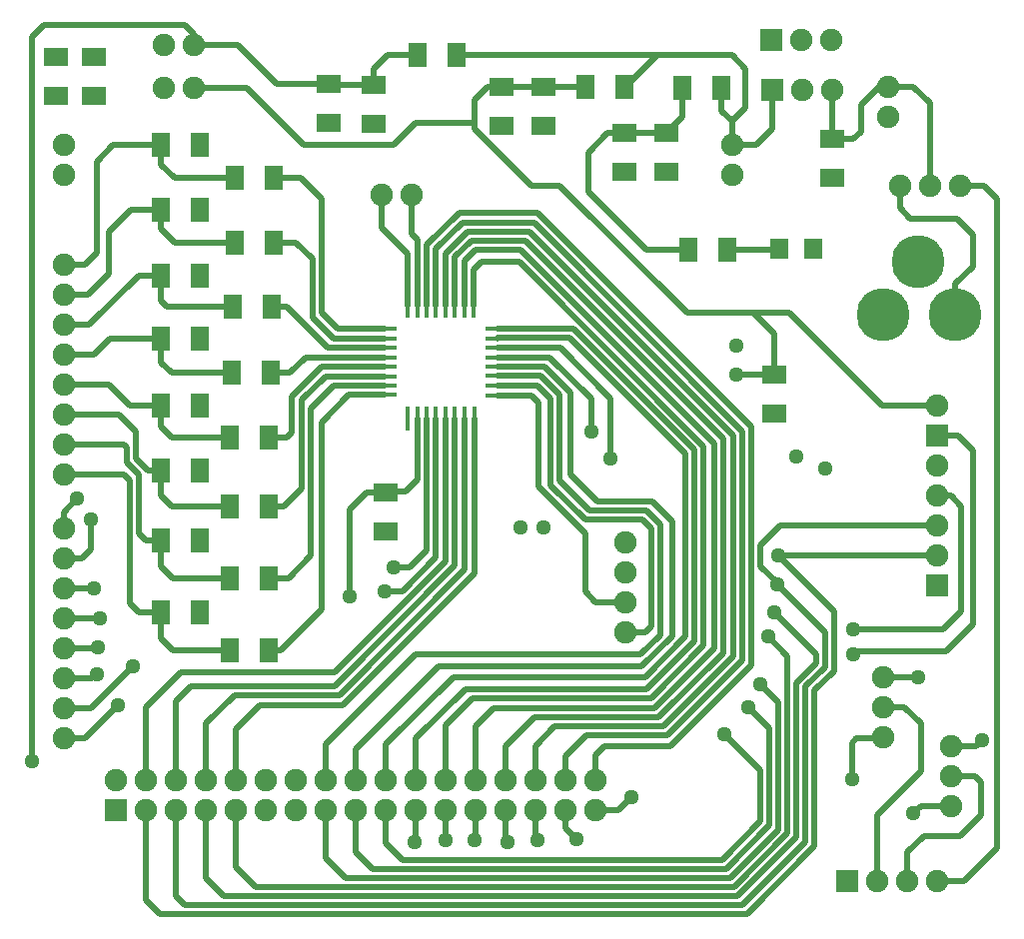
<source format=gtl>
G04 (created by PCBNEW (2013-07-07 BZR 4022)-stable) date 13/10/2015 02:33:16 p.m.*
%MOIN*%
G04 Gerber Fmt 3.4, Leading zero omitted, Abs format*
%FSLAX34Y34*%
G01*
G70*
G90*
G04 APERTURE LIST*
%ADD10C,0.00590551*%
%ADD11C,0.075*%
%ADD12R,0.0787X0.0177*%
%ADD13R,0.0177X0.0787*%
%ADD14R,0.08X0.06*%
%ADD15R,0.06X0.08*%
%ADD16R,0.0629X0.0709*%
%ADD17C,0.1771*%
%ADD18R,0.075X0.075*%
%ADD19R,0.0748819X0.0748819*%
%ADD20C,0.0748819*%
%ADD21C,0.050748*%
%ADD22C,0.0198425*%
G04 APERTURE END LIST*
G54D10*
G54D11*
X98000Y-45800D03*
X98000Y-46800D03*
X89850Y-32200D03*
X90850Y-32200D03*
X79250Y-40550D03*
X79250Y-39550D03*
X79250Y-38550D03*
X79250Y-37550D03*
X79250Y-36550D03*
X79250Y-35550D03*
X79250Y-34550D03*
X79250Y-41550D03*
X79250Y-44350D03*
X79250Y-45350D03*
X79250Y-46350D03*
X79250Y-47350D03*
X79250Y-48350D03*
X79250Y-49350D03*
X79250Y-50350D03*
X79250Y-43350D03*
X98000Y-44800D03*
X98000Y-43800D03*
X91000Y-51750D03*
X92000Y-51750D03*
X93000Y-51750D03*
X94000Y-51750D03*
X95000Y-51750D03*
X96000Y-51750D03*
X97000Y-51750D03*
X90000Y-51750D03*
X88000Y-51750D03*
X87000Y-51750D03*
X86000Y-51750D03*
X85000Y-51750D03*
X84000Y-51750D03*
X83000Y-51750D03*
X82000Y-51750D03*
X89000Y-51750D03*
X79250Y-31550D03*
X79250Y-30550D03*
X91000Y-52750D03*
X92000Y-52750D03*
X93000Y-52750D03*
X94000Y-52750D03*
X95000Y-52750D03*
X96000Y-52750D03*
X97000Y-52750D03*
X90000Y-52750D03*
X88000Y-52750D03*
X87000Y-52750D03*
X86000Y-52750D03*
X85000Y-52750D03*
X84000Y-52750D03*
X83000Y-52750D03*
X82000Y-52750D03*
X89000Y-52750D03*
G54D12*
X89954Y-38893D03*
X89954Y-38578D03*
X89954Y-38263D03*
X89954Y-37948D03*
X89954Y-37633D03*
X89954Y-37318D03*
X89954Y-37003D03*
X89954Y-36688D03*
X93720Y-36690D03*
X93720Y-38900D03*
X93720Y-38580D03*
X93720Y-38260D03*
X93720Y-37950D03*
X93720Y-37630D03*
X93720Y-37320D03*
X93720Y-37000D03*
G54D13*
X90738Y-35900D03*
X91052Y-35900D03*
X91368Y-35900D03*
X91682Y-35900D03*
X91998Y-35900D03*
X92312Y-35900D03*
X92628Y-35900D03*
X92942Y-35900D03*
X90740Y-39680D03*
X91050Y-39680D03*
X91370Y-39680D03*
X91680Y-39680D03*
X91990Y-39680D03*
X92310Y-39680D03*
X92630Y-39680D03*
X92950Y-39680D03*
G54D14*
X102950Y-38200D03*
X102950Y-39500D03*
G54D15*
X82500Y-41400D03*
X83800Y-41400D03*
X82500Y-43750D03*
X83800Y-43750D03*
X82500Y-46150D03*
X83800Y-46150D03*
G54D14*
X104900Y-30350D03*
X104900Y-31650D03*
G54D15*
X91050Y-27550D03*
X92350Y-27550D03*
X96650Y-28600D03*
X97950Y-28600D03*
G54D14*
X99350Y-30150D03*
X99350Y-31450D03*
X97950Y-30150D03*
X97950Y-31450D03*
X93850Y-28600D03*
X93850Y-29900D03*
X95250Y-28600D03*
X95250Y-29900D03*
X89600Y-28550D03*
X89600Y-29850D03*
X88100Y-28500D03*
X88100Y-29800D03*
G54D15*
X100100Y-34050D03*
X101400Y-34050D03*
X99900Y-28650D03*
X101200Y-28650D03*
G54D14*
X90000Y-43450D03*
X90000Y-42150D03*
G54D15*
X82500Y-39250D03*
X83800Y-39250D03*
X84950Y-31650D03*
X86250Y-31650D03*
X82500Y-37000D03*
X83800Y-37000D03*
X82500Y-34900D03*
X83800Y-34900D03*
X82500Y-32700D03*
X83800Y-32700D03*
X82500Y-30550D03*
X83800Y-30550D03*
X84800Y-47400D03*
X86100Y-47400D03*
X84800Y-45000D03*
X86100Y-45000D03*
X84800Y-42600D03*
X86100Y-42600D03*
X84800Y-40300D03*
X86100Y-40300D03*
X84850Y-38150D03*
X86150Y-38150D03*
X84900Y-35950D03*
X86200Y-35950D03*
X84950Y-33800D03*
X86250Y-33800D03*
G54D16*
X103141Y-34000D03*
X104259Y-34000D03*
G54D11*
X101550Y-30550D03*
X101550Y-31550D03*
X106750Y-28600D03*
X106750Y-29600D03*
G54D17*
X106597Y-36204D03*
X107778Y-34432D03*
X109006Y-36204D03*
G54D11*
X109150Y-31900D03*
X108150Y-31900D03*
X107150Y-31900D03*
X82600Y-27200D03*
X83600Y-27200D03*
X83600Y-28650D03*
X82600Y-28650D03*
G54D14*
X79000Y-28900D03*
X79000Y-27600D03*
X80250Y-28900D03*
X80250Y-27600D03*
G54D11*
X81000Y-51750D03*
X108850Y-52600D03*
X108850Y-51600D03*
X108850Y-50600D03*
X106600Y-50300D03*
X106600Y-49300D03*
X106600Y-48300D03*
G54D18*
X102900Y-28700D03*
G54D11*
X103900Y-28700D03*
X104900Y-28700D03*
G54D18*
X105400Y-55100D03*
G54D11*
X106400Y-55100D03*
X107400Y-55100D03*
X108400Y-55100D03*
G54D18*
X81000Y-52750D03*
X102850Y-27050D03*
G54D11*
X103850Y-27050D03*
X104850Y-27050D03*
G54D19*
X108400Y-45250D03*
G54D20*
X108400Y-44250D03*
X108400Y-43250D03*
X108400Y-42250D03*
X108400Y-41250D03*
G54D19*
X108400Y-40250D03*
G54D20*
X108400Y-39250D03*
G54D21*
X104650Y-41350D03*
X103700Y-40950D03*
X97500Y-41000D03*
X94500Y-43300D03*
X105550Y-51700D03*
X89950Y-45450D03*
X107750Y-48300D03*
X90950Y-53800D03*
X101300Y-50200D03*
X95250Y-43300D03*
X101700Y-37250D03*
X109900Y-50400D03*
X95050Y-53750D03*
X98200Y-52300D03*
X96350Y-53700D03*
X94050Y-53800D03*
X92950Y-53750D03*
X92000Y-53750D03*
X105600Y-47550D03*
X102750Y-46950D03*
X103050Y-45200D03*
X105600Y-46700D03*
X102950Y-46150D03*
X102100Y-49300D03*
X103100Y-44250D03*
X102500Y-48550D03*
X96850Y-40100D03*
X101700Y-38200D03*
X107600Y-52850D03*
X90250Y-44650D03*
X80450Y-46350D03*
X79700Y-42350D03*
X80400Y-47300D03*
X81550Y-47950D03*
X80350Y-48200D03*
X80250Y-45350D03*
X80150Y-43050D03*
X81050Y-49250D03*
X78200Y-51100D03*
X88800Y-45600D03*
G54D22*
X93720Y-37320D02*
X95820Y-37320D01*
X97500Y-39000D02*
X97500Y-41000D01*
X95820Y-37320D02*
X97500Y-39000D01*
X91680Y-39680D02*
X91680Y-44320D01*
X106550Y-50350D02*
X106600Y-50300D01*
X105700Y-50350D02*
X106550Y-50350D01*
X105550Y-50500D02*
X105700Y-50350D01*
X105550Y-51700D02*
X105550Y-50500D01*
X90550Y-45450D02*
X89950Y-45450D01*
X91680Y-44320D02*
X90550Y-45450D01*
X86100Y-47400D02*
X86500Y-47400D01*
X89954Y-38876D02*
X89954Y-38893D01*
X88773Y-38876D02*
X89954Y-38876D01*
X87850Y-39800D02*
X88773Y-38876D01*
X87850Y-46050D02*
X87850Y-39800D01*
X86500Y-47400D02*
X87850Y-46050D01*
X86250Y-33800D02*
X87001Y-33800D01*
X88253Y-37003D02*
X89954Y-37003D01*
X87550Y-36300D02*
X88253Y-37003D01*
X87550Y-34348D02*
X87550Y-36300D01*
X87001Y-33800D02*
X87550Y-34348D01*
X89954Y-36688D02*
X88388Y-36688D01*
X87150Y-31650D02*
X86250Y-31650D01*
X87850Y-32350D02*
X87150Y-31650D01*
X87850Y-36150D02*
X87850Y-32350D01*
X88388Y-36688D02*
X87850Y-36150D01*
X89954Y-37318D02*
X88068Y-37318D01*
X86700Y-35950D02*
X86200Y-35950D01*
X88068Y-37318D02*
X86700Y-35950D01*
X109150Y-31900D02*
X109950Y-31900D01*
X109300Y-55100D02*
X108400Y-55100D01*
X110400Y-54000D02*
X109300Y-55100D01*
X110400Y-32350D02*
X110400Y-54000D01*
X109950Y-31900D02*
X110400Y-32350D01*
X92950Y-39680D02*
X92950Y-44850D01*
X85000Y-50050D02*
X85000Y-51750D01*
X85800Y-49250D02*
X85000Y-50050D01*
X88550Y-49250D02*
X85800Y-49250D01*
X92950Y-44850D02*
X88550Y-49250D01*
X90000Y-51750D02*
X90000Y-50548D01*
X93720Y-36988D02*
X93720Y-37000D01*
X96138Y-36988D02*
X93720Y-36988D01*
X99990Y-40840D02*
X96138Y-36988D01*
X99990Y-46959D02*
X99990Y-40840D01*
X98651Y-48298D02*
X99990Y-46959D01*
X92250Y-48298D02*
X98651Y-48298D01*
X90000Y-50548D02*
X92250Y-48298D01*
X92942Y-35900D02*
X92942Y-34708D01*
X92000Y-49900D02*
X92000Y-51750D01*
X92900Y-49000D02*
X92000Y-49900D01*
X98850Y-49000D02*
X92900Y-49000D01*
X100600Y-47250D02*
X98850Y-49000D01*
X100600Y-40600D02*
X100600Y-47250D01*
X94450Y-34450D02*
X100600Y-40600D01*
X93200Y-34450D02*
X94450Y-34450D01*
X92942Y-34708D02*
X93200Y-34450D01*
X92312Y-35900D02*
X92312Y-34288D01*
X94000Y-50600D02*
X94000Y-51750D01*
X94950Y-49650D02*
X94000Y-50600D01*
X99100Y-49650D02*
X94950Y-49650D01*
X101250Y-47500D02*
X99100Y-49650D01*
X101250Y-40350D02*
X101250Y-47500D01*
X94650Y-33750D02*
X101250Y-40350D01*
X92850Y-33750D02*
X94650Y-33750D01*
X92312Y-34288D02*
X92850Y-33750D01*
X91682Y-35900D02*
X91682Y-34018D01*
X96000Y-50950D02*
X96000Y-51750D01*
X96700Y-50250D02*
X96000Y-50950D01*
X99400Y-50250D02*
X96700Y-50250D01*
X101900Y-47750D02*
X99400Y-50250D01*
X101900Y-40100D02*
X101900Y-47750D01*
X94950Y-33150D02*
X101900Y-40100D01*
X92550Y-33150D02*
X94950Y-33150D01*
X91682Y-34018D02*
X92550Y-33150D01*
X89000Y-51750D02*
X89000Y-50700D01*
X95294Y-37950D02*
X93720Y-37950D01*
X96150Y-38805D02*
X95294Y-37950D01*
X96150Y-41550D02*
X96150Y-38805D01*
X97050Y-42450D02*
X96150Y-41550D01*
X98900Y-42450D02*
X97050Y-42450D01*
X99550Y-43100D02*
X98900Y-42450D01*
X99550Y-46942D02*
X99550Y-43100D01*
X98542Y-47950D02*
X99550Y-46942D01*
X91750Y-47950D02*
X98542Y-47950D01*
X89000Y-50700D02*
X91750Y-47950D01*
X93720Y-38580D02*
X95080Y-38580D01*
X98650Y-46800D02*
X98000Y-46800D01*
X98850Y-46600D02*
X98650Y-46800D01*
X98850Y-43350D02*
X98850Y-46600D01*
X98550Y-43050D02*
X98850Y-43350D01*
X96650Y-43050D02*
X98550Y-43050D01*
X95500Y-41900D02*
X96650Y-43050D01*
X95500Y-39000D02*
X95500Y-41900D01*
X95080Y-38580D02*
X95500Y-39000D01*
X89954Y-38578D02*
X88270Y-38578D01*
X86750Y-45000D02*
X86100Y-45000D01*
X87500Y-44250D02*
X86750Y-45000D01*
X87500Y-39348D02*
X87500Y-44250D01*
X88270Y-38578D02*
X87500Y-39348D01*
X86100Y-42600D02*
X86600Y-42600D01*
X87987Y-38263D02*
X89954Y-38263D01*
X87200Y-39050D02*
X87987Y-38263D01*
X87200Y-42000D02*
X87200Y-39050D01*
X86600Y-42600D02*
X87200Y-42000D01*
X89954Y-37948D02*
X87852Y-37948D01*
X86700Y-40300D02*
X86100Y-40300D01*
X86850Y-40150D02*
X86700Y-40300D01*
X86850Y-38950D02*
X86850Y-40150D01*
X87852Y-37948D02*
X86850Y-38950D01*
X89954Y-37633D02*
X87317Y-37633D01*
X86800Y-38150D02*
X86150Y-38150D01*
X87317Y-37633D02*
X86800Y-38150D01*
X107750Y-48300D02*
X106600Y-48300D01*
X97000Y-51750D02*
X97000Y-50900D01*
X91368Y-33882D02*
X91368Y-35900D01*
X92450Y-32800D02*
X91368Y-33882D01*
X95050Y-32800D02*
X92450Y-32800D01*
X102200Y-39950D02*
X95050Y-32800D01*
X102200Y-47900D02*
X102200Y-39950D01*
X99500Y-50600D02*
X102200Y-47900D01*
X97300Y-50600D02*
X99500Y-50600D01*
X97000Y-50900D02*
X97300Y-50600D01*
X95000Y-51750D02*
X95000Y-50598D01*
X91998Y-34179D02*
X91998Y-35900D01*
X92727Y-33450D02*
X91998Y-34179D01*
X94800Y-33450D02*
X92727Y-33450D01*
X101600Y-40250D02*
X94800Y-33450D01*
X101600Y-47600D02*
X101600Y-40250D01*
X99250Y-49950D02*
X101600Y-47600D01*
X95648Y-49950D02*
X99250Y-49950D01*
X95000Y-50598D02*
X95648Y-49950D01*
X93000Y-51750D02*
X93000Y-49950D01*
X92628Y-34422D02*
X92628Y-35900D01*
X93000Y-34050D02*
X92628Y-34422D01*
X94500Y-34050D02*
X93000Y-34050D01*
X100950Y-40500D02*
X94500Y-34050D01*
X100950Y-47350D02*
X100950Y-40500D01*
X98950Y-49350D02*
X100950Y-47350D01*
X93600Y-49350D02*
X98950Y-49350D01*
X93000Y-49950D02*
X93600Y-49350D01*
X93720Y-38900D02*
X94851Y-38900D01*
X97000Y-45800D02*
X98000Y-45800D01*
X96650Y-45450D02*
X97000Y-45800D01*
X96650Y-43500D02*
X96650Y-45450D01*
X95100Y-41950D02*
X96650Y-43500D01*
X95100Y-39148D02*
X95100Y-41950D01*
X94851Y-38900D02*
X95100Y-39148D01*
X93720Y-38260D02*
X95182Y-38260D01*
X88000Y-50550D02*
X88000Y-51750D01*
X91000Y-47550D02*
X88000Y-50550D01*
X98500Y-47550D02*
X91000Y-47550D01*
X99150Y-46900D02*
X98500Y-47550D01*
X99150Y-43200D02*
X99150Y-46900D01*
X98700Y-42750D02*
X99150Y-43200D01*
X96800Y-42750D02*
X98700Y-42750D01*
X95800Y-41750D02*
X96800Y-42750D01*
X95800Y-38877D02*
X95800Y-41750D01*
X95182Y-38260D02*
X95800Y-38877D01*
X91000Y-53750D02*
X91000Y-52750D01*
X90950Y-53800D02*
X91000Y-53750D01*
X90000Y-52750D02*
X90000Y-53854D01*
X102506Y-51406D02*
X101300Y-50200D01*
X102506Y-53124D02*
X102506Y-51406D01*
X101226Y-54404D02*
X102506Y-53124D01*
X90550Y-54404D02*
X101226Y-54404D01*
X90000Y-53854D02*
X90550Y-54404D01*
X107400Y-55100D02*
X107400Y-54150D01*
X109650Y-51600D02*
X108850Y-51600D01*
X109850Y-51800D02*
X109650Y-51600D01*
X109850Y-52900D02*
X109850Y-51800D01*
X109150Y-53600D02*
X109850Y-52900D01*
X107950Y-53600D02*
X109150Y-53600D01*
X107400Y-54150D02*
X107950Y-53600D01*
X109700Y-50600D02*
X108850Y-50600D01*
X109900Y-50400D02*
X109700Y-50600D01*
X107400Y-55100D02*
X107400Y-54300D01*
X107400Y-55200D02*
X107400Y-54300D01*
X106400Y-55100D02*
X106400Y-52900D01*
X107300Y-49300D02*
X106600Y-49300D01*
X107850Y-49850D02*
X107300Y-49300D01*
X107850Y-51450D02*
X107850Y-49850D01*
X106400Y-52900D02*
X107850Y-51450D01*
X95000Y-53700D02*
X95000Y-52750D01*
X95050Y-53750D02*
X95000Y-53700D01*
X93720Y-36690D02*
X96267Y-36690D01*
X91000Y-50350D02*
X91000Y-51750D01*
X92650Y-48700D02*
X91000Y-50350D01*
X98701Y-48700D02*
X92650Y-48700D01*
X100288Y-47112D02*
X98701Y-48700D01*
X100288Y-40711D02*
X100288Y-47112D01*
X96267Y-36690D02*
X100288Y-40711D01*
X97750Y-52750D02*
X97000Y-52750D01*
X98200Y-52300D02*
X97750Y-52750D01*
X96000Y-53350D02*
X96000Y-52750D01*
X96350Y-53700D02*
X96000Y-53350D01*
X94000Y-53750D02*
X94000Y-52750D01*
X94050Y-53800D02*
X94000Y-53750D01*
X90850Y-32200D02*
X90850Y-33500D01*
X91069Y-35700D02*
X91052Y-35900D01*
X91069Y-33719D02*
X91069Y-35700D01*
X90850Y-33500D02*
X91069Y-33719D01*
X93000Y-53700D02*
X93000Y-52750D01*
X92950Y-53750D02*
X93000Y-53700D01*
X92000Y-53750D02*
X92000Y-52750D01*
X109100Y-40250D02*
X108400Y-40250D01*
X109600Y-40750D02*
X109100Y-40250D01*
X109600Y-46550D02*
X109600Y-40750D01*
X108700Y-47450D02*
X109600Y-46550D01*
X105700Y-47450D02*
X108700Y-47450D01*
X105600Y-47550D02*
X105700Y-47450D01*
X85000Y-54650D02*
X85000Y-52750D01*
X85650Y-55300D02*
X85000Y-54650D01*
X101627Y-55300D02*
X85650Y-55300D01*
X103401Y-53526D02*
X101627Y-55300D01*
X103401Y-47601D02*
X103401Y-53526D01*
X102750Y-46950D02*
X103401Y-47601D01*
X103050Y-45200D02*
X103050Y-45151D01*
X103150Y-43250D02*
X108400Y-43250D01*
X102498Y-43901D02*
X103150Y-43250D01*
X102498Y-44600D02*
X102498Y-43901D01*
X103050Y-45151D02*
X102498Y-44600D01*
X83000Y-55600D02*
X83000Y-52750D01*
X83301Y-55901D02*
X83000Y-55600D01*
X101898Y-55901D02*
X83301Y-55901D01*
X104000Y-53800D02*
X101898Y-55901D01*
X104000Y-48627D02*
X104000Y-53800D01*
X104651Y-47976D02*
X104000Y-48627D01*
X104651Y-46801D02*
X104651Y-47976D01*
X103050Y-45200D02*
X104651Y-46801D01*
X108400Y-42250D02*
X108850Y-42250D01*
X108600Y-46700D02*
X105600Y-46700D01*
X109200Y-46100D02*
X108600Y-46700D01*
X109200Y-42600D02*
X109200Y-46100D01*
X108850Y-42250D02*
X109200Y-42600D01*
X84000Y-55000D02*
X84000Y-52750D01*
X84603Y-55603D02*
X84000Y-55000D01*
X101746Y-55603D02*
X84603Y-55603D01*
X103700Y-53650D02*
X101746Y-55603D01*
X103700Y-48500D02*
X103700Y-53650D01*
X104350Y-47850D02*
X103700Y-48500D01*
X104350Y-47550D02*
X104350Y-47850D01*
X102950Y-46150D02*
X104350Y-47550D01*
X89000Y-54150D02*
X89000Y-52750D01*
X89553Y-54703D02*
X89000Y-54150D01*
X101350Y-54703D02*
X89553Y-54703D01*
X102804Y-53248D02*
X101350Y-54703D01*
X102804Y-50004D02*
X102804Y-53248D01*
X102100Y-49300D02*
X102804Y-50004D01*
X103100Y-44250D02*
X108400Y-44250D01*
X82000Y-55750D02*
X82000Y-52750D01*
X82450Y-56200D02*
X82000Y-55750D01*
X102050Y-56200D02*
X82450Y-56200D01*
X104300Y-53950D02*
X102050Y-56200D01*
X104300Y-48750D02*
X104300Y-53950D01*
X104950Y-48100D02*
X104300Y-48750D01*
X104950Y-46100D02*
X104950Y-48100D01*
X103100Y-44250D02*
X104950Y-46100D01*
X92310Y-39680D02*
X92310Y-44590D01*
X83000Y-49100D02*
X83000Y-51750D01*
X83500Y-48600D02*
X83000Y-49100D01*
X88300Y-48600D02*
X83500Y-48600D01*
X92310Y-44590D02*
X88300Y-48600D01*
X90738Y-35900D02*
X90738Y-34188D01*
X89850Y-33300D02*
X89850Y-32200D01*
X90738Y-34188D02*
X89850Y-33300D01*
X82000Y-51750D02*
X82000Y-49300D01*
X91990Y-44460D02*
X91990Y-39680D01*
X88300Y-48150D02*
X91990Y-44460D01*
X83150Y-48150D02*
X88300Y-48150D01*
X82000Y-49300D02*
X83150Y-48150D01*
X84000Y-51750D02*
X84000Y-49850D01*
X92630Y-44720D02*
X92630Y-39680D01*
X88450Y-48900D02*
X92630Y-44720D01*
X84950Y-48900D02*
X88450Y-48900D01*
X84000Y-49850D02*
X84950Y-48900D01*
X88000Y-54350D02*
X88000Y-52750D01*
X88651Y-55001D02*
X88000Y-54350D01*
X101504Y-55001D02*
X88651Y-55001D01*
X103103Y-53402D02*
X101504Y-55001D01*
X103103Y-49153D02*
X103103Y-53402D01*
X102500Y-48550D02*
X103103Y-49153D01*
X82500Y-46150D02*
X81750Y-46150D01*
X81250Y-41550D02*
X79250Y-41550D01*
X81451Y-41751D02*
X81250Y-41550D01*
X81451Y-45851D02*
X81451Y-41751D01*
X81750Y-46150D02*
X81451Y-45851D01*
X84800Y-47400D02*
X82900Y-47400D01*
X82500Y-47000D02*
X82500Y-46150D01*
X82900Y-47400D02*
X82500Y-47000D01*
X82500Y-37000D02*
X80800Y-37000D01*
X80250Y-37550D02*
X79250Y-37550D01*
X80800Y-37000D02*
X80250Y-37550D01*
X84850Y-38150D02*
X82850Y-38150D01*
X82500Y-37800D02*
X82500Y-37000D01*
X82850Y-38150D02*
X82500Y-37800D01*
X79250Y-38550D02*
X80750Y-38550D01*
X81450Y-39250D02*
X82500Y-39250D01*
X80750Y-38550D02*
X81450Y-39250D01*
X84800Y-40300D02*
X82850Y-40300D01*
X82500Y-39950D02*
X82500Y-39250D01*
X82850Y-40300D02*
X82500Y-39950D01*
X82500Y-32700D02*
X81500Y-32700D01*
X80050Y-35550D02*
X79250Y-35550D01*
X80750Y-34850D02*
X80050Y-35550D01*
X80750Y-33450D02*
X80750Y-34850D01*
X81500Y-32700D02*
X80750Y-33450D01*
X84950Y-33800D02*
X82950Y-33800D01*
X82500Y-33350D02*
X82500Y-32700D01*
X82950Y-33800D02*
X82500Y-33350D01*
X108400Y-39250D02*
X106550Y-39250D01*
X103450Y-36150D02*
X102000Y-36150D01*
X106550Y-39250D02*
X103450Y-36150D01*
X93720Y-37630D02*
X95480Y-37630D01*
X96850Y-39000D02*
X96850Y-40100D01*
X95480Y-37630D02*
X96850Y-39000D01*
X92950Y-29800D02*
X91000Y-29800D01*
X85350Y-28650D02*
X83600Y-28650D01*
X87250Y-30550D02*
X85350Y-28650D01*
X90250Y-30550D02*
X87250Y-30550D01*
X91000Y-29800D02*
X90250Y-30550D01*
X93850Y-28600D02*
X93400Y-28600D01*
X93400Y-28600D02*
X92950Y-29050D01*
X92950Y-29050D02*
X92950Y-29800D01*
X102950Y-36850D02*
X102950Y-38200D01*
X92950Y-29800D02*
X92950Y-30000D01*
X92950Y-30000D02*
X94850Y-31900D01*
X94850Y-31900D02*
X95800Y-31900D01*
X95800Y-31900D02*
X100050Y-36150D01*
X100050Y-36150D02*
X102000Y-36150D01*
X102000Y-36150D02*
X102250Y-36150D01*
X102250Y-36150D02*
X102950Y-36850D01*
X95250Y-28600D02*
X93850Y-28600D01*
X96650Y-28600D02*
X95250Y-28600D01*
X102950Y-38200D02*
X101700Y-38200D01*
X91370Y-39680D02*
X91370Y-44080D01*
X107850Y-52600D02*
X108850Y-52600D01*
X107600Y-52850D02*
X107850Y-52600D01*
X90800Y-44650D02*
X90250Y-44650D01*
X91370Y-44080D02*
X90800Y-44650D01*
X106750Y-28600D02*
X106450Y-28600D01*
X105600Y-30350D02*
X104900Y-30350D01*
X105850Y-30100D02*
X105600Y-30350D01*
X105850Y-29200D02*
X105850Y-30100D01*
X106450Y-28600D02*
X105850Y-29200D01*
X108150Y-31900D02*
X108150Y-29150D01*
X107600Y-28600D02*
X106750Y-28600D01*
X108150Y-29150D02*
X107600Y-28600D01*
X104900Y-30350D02*
X104900Y-28700D01*
X101550Y-30550D02*
X102350Y-30550D01*
X102350Y-30550D02*
X102900Y-30000D01*
X102900Y-30000D02*
X102900Y-28700D01*
X97950Y-28600D02*
X98000Y-28600D01*
X98000Y-28600D02*
X99050Y-27550D01*
X101550Y-30550D02*
X101550Y-29750D01*
X101550Y-29750D02*
X102000Y-29300D01*
X101550Y-27550D02*
X99050Y-27550D01*
X99050Y-27550D02*
X92350Y-27550D01*
X102000Y-28000D02*
X101550Y-27550D01*
X102000Y-29300D02*
X102000Y-28000D01*
X102900Y-28700D02*
X102900Y-30000D01*
X102900Y-30000D02*
X102350Y-30550D01*
X101200Y-28650D02*
X101200Y-29400D01*
X101200Y-29400D02*
X101550Y-29750D01*
X97950Y-30150D02*
X97400Y-30150D01*
X98700Y-34050D02*
X100100Y-34050D01*
X96750Y-32100D02*
X98700Y-34050D01*
X96750Y-30800D02*
X96750Y-32100D01*
X97400Y-30150D02*
X96750Y-30800D01*
X99900Y-28650D02*
X99900Y-29600D01*
X99900Y-29600D02*
X99350Y-30150D01*
X97950Y-30150D02*
X99350Y-30150D01*
X109006Y-36204D02*
X109006Y-35194D01*
X107150Y-32650D02*
X107150Y-31900D01*
X107500Y-33000D02*
X107150Y-32650D01*
X109050Y-33000D02*
X107500Y-33000D01*
X109600Y-33550D02*
X109050Y-33000D01*
X109600Y-34600D02*
X109600Y-33550D01*
X109006Y-35194D02*
X109600Y-34600D01*
X80450Y-46350D02*
X79250Y-46350D01*
X79250Y-42800D02*
X79250Y-43350D01*
X79700Y-42350D02*
X79250Y-42800D01*
X80350Y-47350D02*
X79250Y-47350D01*
X80400Y-47300D02*
X80350Y-47350D01*
X80150Y-49350D02*
X79250Y-49350D01*
X81550Y-47950D02*
X80150Y-49350D01*
X80200Y-48350D02*
X79250Y-48350D01*
X80350Y-48200D02*
X80200Y-48350D01*
X80250Y-45350D02*
X79250Y-45350D01*
X79250Y-44350D02*
X79850Y-44350D01*
X80150Y-44050D02*
X80150Y-43050D01*
X79850Y-44350D02*
X80150Y-44050D01*
X79250Y-34550D02*
X79950Y-34550D01*
X80900Y-30550D02*
X82500Y-30550D01*
X80350Y-31100D02*
X80900Y-30550D01*
X80350Y-34150D02*
X80350Y-31100D01*
X79950Y-34550D02*
X80350Y-34150D01*
X84950Y-31650D02*
X82950Y-31650D01*
X82500Y-31200D02*
X82500Y-30550D01*
X82950Y-31650D02*
X82500Y-31200D01*
X79950Y-50350D02*
X79250Y-50350D01*
X81050Y-49250D02*
X79950Y-50350D01*
X82500Y-41400D02*
X82050Y-41400D01*
X81100Y-39550D02*
X79250Y-39550D01*
X81650Y-40100D02*
X81100Y-39550D01*
X81650Y-41000D02*
X81650Y-40100D01*
X82050Y-41400D02*
X81650Y-41000D01*
X84800Y-42600D02*
X82850Y-42600D01*
X82850Y-42600D02*
X82500Y-42250D01*
X82500Y-42250D02*
X82500Y-41400D01*
X79250Y-36550D02*
X80100Y-36550D01*
X81750Y-34900D02*
X82500Y-34900D01*
X80100Y-36550D02*
X81750Y-34900D01*
X84900Y-35950D02*
X82700Y-35950D01*
X82500Y-35750D02*
X82500Y-34900D01*
X82700Y-35950D02*
X82500Y-35750D01*
X82500Y-43750D02*
X82000Y-43750D01*
X81250Y-40550D02*
X79250Y-40550D01*
X81350Y-40650D02*
X81250Y-40550D01*
X81350Y-41150D02*
X81350Y-40650D01*
X81750Y-41550D02*
X81350Y-41150D01*
X81750Y-43500D02*
X81750Y-41550D01*
X82000Y-43750D02*
X81750Y-43500D01*
X84800Y-45000D02*
X82900Y-45000D01*
X82500Y-44600D02*
X82500Y-43750D01*
X82900Y-45000D02*
X82500Y-44600D01*
X90000Y-42150D02*
X89350Y-42150D01*
X88800Y-42700D02*
X88800Y-45600D01*
X89350Y-42150D02*
X88800Y-42700D01*
X78200Y-51100D02*
X78200Y-50600D01*
X83600Y-27200D02*
X83600Y-26850D01*
X78200Y-26950D02*
X78200Y-50600D01*
X78200Y-50600D02*
X78200Y-51100D01*
X78600Y-26550D02*
X78200Y-26950D01*
X83300Y-26550D02*
X78600Y-26550D01*
X83600Y-26850D02*
X83300Y-26550D01*
X88100Y-28500D02*
X86350Y-28500D01*
X85050Y-27200D02*
X83600Y-27200D01*
X86350Y-28500D02*
X85050Y-27200D01*
X90050Y-42100D02*
X90250Y-42100D01*
X90250Y-42100D02*
X90650Y-42100D01*
X91050Y-41700D02*
X91050Y-39680D01*
X90650Y-42100D02*
X91050Y-41700D01*
X91050Y-27550D02*
X90050Y-27550D01*
X89600Y-28000D02*
X89600Y-28550D01*
X90050Y-27550D02*
X89600Y-28000D01*
X89600Y-28550D02*
X88150Y-28550D01*
X88150Y-28550D02*
X88100Y-28500D01*
X101400Y-34050D02*
X103091Y-34050D01*
X103091Y-34050D02*
X103141Y-34000D01*
M02*

</source>
